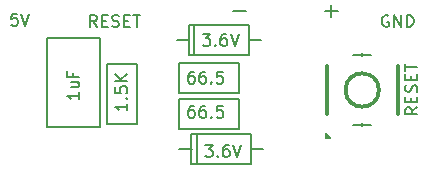
<source format=gto>
%TF.GenerationSoftware,KiCad,Pcbnew,4.0.5-e0-6337~49~ubuntu16.04.1*%
%TF.CreationDate,2017-02-14T03:42:44-08:00*%
%TF.ProjectId,USB-Breakout-with-Reset,5553422D427265616B6F75742D776974,rev?*%
%TF.FileFunction,Legend,Top*%
%FSLAX46Y46*%
G04 Gerber Fmt 4.6, Leading zero omitted, Abs format (unit mm)*
G04 Created by KiCad (PCBNEW 4.0.5-e0-6337~49~ubuntu16.04.1) date Tue Feb 14 03:42:44 2017*
%MOMM*%
%LPD*%
G01*
G04 APERTURE LIST*
%ADD10C,0.350000*%
%ADD11C,0.200000*%
%ADD12C,0.152400*%
%ADD13C,0.150000*%
%ADD14R,1.502400X0.552400*%
%ADD15R,1.552400X1.752400*%
%ADD16C,1.352400*%
%ADD17R,2.052400X2.052400*%
%ADD18C,2.151380*%
%ADD19C,1.852400*%
%ADD20C,6.152400*%
%ADD21R,2.151380X2.151380*%
%ADD22R,1.552400X1.552400*%
%ADD23C,1.552400*%
G04 APERTURE END LIST*
D10*
D11*
X54190467Y-38555800D02*
X55257134Y-38555800D01*
X54723801Y-39089133D02*
X54723801Y-38022467D01*
X46390467Y-38555800D02*
X47457134Y-38555800D01*
D12*
X59549705Y-38947800D02*
X59452943Y-38899419D01*
X59307800Y-38899419D01*
X59162658Y-38947800D01*
X59065896Y-39044562D01*
X59017515Y-39141324D01*
X58969134Y-39334848D01*
X58969134Y-39479990D01*
X59017515Y-39673514D01*
X59065896Y-39770276D01*
X59162658Y-39867038D01*
X59307800Y-39915419D01*
X59404562Y-39915419D01*
X59549705Y-39867038D01*
X59598086Y-39818657D01*
X59598086Y-39479990D01*
X59404562Y-39479990D01*
X60033515Y-39915419D02*
X60033515Y-38899419D01*
X60614086Y-39915419D01*
X60614086Y-38899419D01*
X61097896Y-39915419D02*
X61097896Y-38899419D01*
X61339801Y-38899419D01*
X61484943Y-38947800D01*
X61581705Y-39044562D01*
X61630086Y-39141324D01*
X61678467Y-39334848D01*
X61678467Y-39479990D01*
X61630086Y-39673514D01*
X61581705Y-39770276D01*
X61484943Y-39867038D01*
X61339801Y-39915419D01*
X61097896Y-39915419D01*
X34848181Y-39915419D02*
X34509515Y-39431610D01*
X34267610Y-39915419D02*
X34267610Y-38899419D01*
X34654657Y-38899419D01*
X34751419Y-38947800D01*
X34799800Y-38996181D01*
X34848181Y-39092943D01*
X34848181Y-39238086D01*
X34799800Y-39334848D01*
X34751419Y-39383229D01*
X34654657Y-39431610D01*
X34267610Y-39431610D01*
X35283610Y-39383229D02*
X35622276Y-39383229D01*
X35767419Y-39915419D02*
X35283610Y-39915419D01*
X35283610Y-38899419D01*
X35767419Y-38899419D01*
X36154467Y-39867038D02*
X36299610Y-39915419D01*
X36541514Y-39915419D01*
X36638276Y-39867038D01*
X36686657Y-39818657D01*
X36735038Y-39721895D01*
X36735038Y-39625133D01*
X36686657Y-39528371D01*
X36638276Y-39479990D01*
X36541514Y-39431610D01*
X36347991Y-39383229D01*
X36251229Y-39334848D01*
X36202848Y-39286467D01*
X36154467Y-39189705D01*
X36154467Y-39092943D01*
X36202848Y-38996181D01*
X36251229Y-38947800D01*
X36347991Y-38899419D01*
X36589895Y-38899419D01*
X36735038Y-38947800D01*
X37170467Y-39383229D02*
X37509133Y-39383229D01*
X37654276Y-39915419D02*
X37170467Y-39915419D01*
X37170467Y-38899419D01*
X37654276Y-38899419D01*
X37944562Y-38899419D02*
X38525133Y-38899419D01*
X38234848Y-39915419D02*
X38234848Y-38899419D01*
X28130276Y-38799419D02*
X27646467Y-38799419D01*
X27598086Y-39283229D01*
X27646467Y-39234848D01*
X27743229Y-39186467D01*
X27985133Y-39186467D01*
X28081895Y-39234848D01*
X28130276Y-39283229D01*
X28178657Y-39379990D01*
X28178657Y-39621895D01*
X28130276Y-39718657D01*
X28081895Y-39767038D01*
X27985133Y-39815419D01*
X27743229Y-39815419D01*
X27646467Y-39767038D01*
X27598086Y-39718657D01*
X28468943Y-38799419D02*
X28807610Y-39815419D01*
X29146276Y-38799419D01*
X37419419Y-46399229D02*
X37419419Y-46979800D01*
X37419419Y-46689514D02*
X36403419Y-46689514D01*
X36548562Y-46786276D01*
X36645324Y-46883038D01*
X36693705Y-46979800D01*
X37322657Y-45963800D02*
X37371038Y-45915419D01*
X37419419Y-45963800D01*
X37371038Y-46012181D01*
X37322657Y-45963800D01*
X37419419Y-45963800D01*
X36403419Y-44996181D02*
X36403419Y-45479990D01*
X36887229Y-45528371D01*
X36838848Y-45479990D01*
X36790467Y-45383228D01*
X36790467Y-45141324D01*
X36838848Y-45044562D01*
X36887229Y-44996181D01*
X36983990Y-44947800D01*
X37225895Y-44947800D01*
X37322657Y-44996181D01*
X37371038Y-45044562D01*
X37419419Y-45141324D01*
X37419419Y-45383228D01*
X37371038Y-45479990D01*
X37322657Y-45528371D01*
X37419419Y-44512371D02*
X36403419Y-44512371D01*
X37419419Y-43931800D02*
X36838848Y-44367228D01*
X36403419Y-43931800D02*
X36983990Y-44512371D01*
X61983419Y-46731419D02*
X61499610Y-47070085D01*
X61983419Y-47311990D02*
X60967419Y-47311990D01*
X60967419Y-46924943D01*
X61015800Y-46828181D01*
X61064181Y-46779800D01*
X61160943Y-46731419D01*
X61306086Y-46731419D01*
X61402848Y-46779800D01*
X61451229Y-46828181D01*
X61499610Y-46924943D01*
X61499610Y-47311990D01*
X61451229Y-46295990D02*
X61451229Y-45957324D01*
X61983419Y-45812181D02*
X61983419Y-46295990D01*
X60967419Y-46295990D01*
X60967419Y-45812181D01*
X61935038Y-45425133D02*
X61983419Y-45279990D01*
X61983419Y-45038086D01*
X61935038Y-44941324D01*
X61886657Y-44892943D01*
X61789895Y-44844562D01*
X61693133Y-44844562D01*
X61596371Y-44892943D01*
X61547990Y-44941324D01*
X61499610Y-45038086D01*
X61451229Y-45231609D01*
X61402848Y-45328371D01*
X61354467Y-45376752D01*
X61257705Y-45425133D01*
X61160943Y-45425133D01*
X61064181Y-45376752D01*
X61015800Y-45328371D01*
X60967419Y-45231609D01*
X60967419Y-44989705D01*
X61015800Y-44844562D01*
X61451229Y-44409133D02*
X61451229Y-44070467D01*
X61983419Y-43925324D02*
X61983419Y-44409133D01*
X60967419Y-44409133D01*
X60967419Y-43925324D01*
X60967419Y-43635038D02*
X60967419Y-43054467D01*
X61983419Y-43344752D02*
X60967419Y-43344752D01*
X44023991Y-49899419D02*
X44652943Y-49899419D01*
X44314277Y-50286467D01*
X44459419Y-50286467D01*
X44556181Y-50334848D01*
X44604562Y-50383229D01*
X44652943Y-50479990D01*
X44652943Y-50721895D01*
X44604562Y-50818657D01*
X44556181Y-50867038D01*
X44459419Y-50915419D01*
X44169134Y-50915419D01*
X44072372Y-50867038D01*
X44023991Y-50818657D01*
X45088372Y-50818657D02*
X45136753Y-50867038D01*
X45088372Y-50915419D01*
X45039991Y-50867038D01*
X45088372Y-50818657D01*
X45088372Y-50915419D01*
X46007610Y-49899419D02*
X45814087Y-49899419D01*
X45717325Y-49947800D01*
X45668944Y-49996181D01*
X45572182Y-50141324D01*
X45523801Y-50334848D01*
X45523801Y-50721895D01*
X45572182Y-50818657D01*
X45620563Y-50867038D01*
X45717325Y-50915419D01*
X45910848Y-50915419D01*
X46007610Y-50867038D01*
X46055991Y-50818657D01*
X46104372Y-50721895D01*
X46104372Y-50479990D01*
X46055991Y-50383229D01*
X46007610Y-50334848D01*
X45910848Y-50286467D01*
X45717325Y-50286467D01*
X45620563Y-50334848D01*
X45572182Y-50383229D01*
X45523801Y-50479990D01*
X46394658Y-49899419D02*
X46733325Y-50915419D01*
X47071991Y-49899419D01*
X43823991Y-40499419D02*
X44452943Y-40499419D01*
X44114277Y-40886467D01*
X44259419Y-40886467D01*
X44356181Y-40934848D01*
X44404562Y-40983229D01*
X44452943Y-41079990D01*
X44452943Y-41321895D01*
X44404562Y-41418657D01*
X44356181Y-41467038D01*
X44259419Y-41515419D01*
X43969134Y-41515419D01*
X43872372Y-41467038D01*
X43823991Y-41418657D01*
X44888372Y-41418657D02*
X44936753Y-41467038D01*
X44888372Y-41515419D01*
X44839991Y-41467038D01*
X44888372Y-41418657D01*
X44888372Y-41515419D01*
X45807610Y-40499419D02*
X45614087Y-40499419D01*
X45517325Y-40547800D01*
X45468944Y-40596181D01*
X45372182Y-40741324D01*
X45323801Y-40934848D01*
X45323801Y-41321895D01*
X45372182Y-41418657D01*
X45420563Y-41467038D01*
X45517325Y-41515419D01*
X45710848Y-41515419D01*
X45807610Y-41467038D01*
X45855991Y-41418657D01*
X45904372Y-41321895D01*
X45904372Y-41079990D01*
X45855991Y-40983229D01*
X45807610Y-40934848D01*
X45710848Y-40886467D01*
X45517325Y-40886467D01*
X45420563Y-40934848D01*
X45372182Y-40983229D01*
X45323801Y-41079990D01*
X46194658Y-40499419D02*
X46533325Y-41515419D01*
X46871991Y-40499419D01*
X43055800Y-46583419D02*
X42862277Y-46583419D01*
X42765515Y-46631800D01*
X42717134Y-46680181D01*
X42620372Y-46825324D01*
X42571991Y-47018848D01*
X42571991Y-47405895D01*
X42620372Y-47502657D01*
X42668753Y-47551038D01*
X42765515Y-47599419D01*
X42959038Y-47599419D01*
X43055800Y-47551038D01*
X43104181Y-47502657D01*
X43152562Y-47405895D01*
X43152562Y-47163990D01*
X43104181Y-47067229D01*
X43055800Y-47018848D01*
X42959038Y-46970467D01*
X42765515Y-46970467D01*
X42668753Y-47018848D01*
X42620372Y-47067229D01*
X42571991Y-47163990D01*
X44023419Y-46583419D02*
X43829896Y-46583419D01*
X43733134Y-46631800D01*
X43684753Y-46680181D01*
X43587991Y-46825324D01*
X43539610Y-47018848D01*
X43539610Y-47405895D01*
X43587991Y-47502657D01*
X43636372Y-47551038D01*
X43733134Y-47599419D01*
X43926657Y-47599419D01*
X44023419Y-47551038D01*
X44071800Y-47502657D01*
X44120181Y-47405895D01*
X44120181Y-47163990D01*
X44071800Y-47067229D01*
X44023419Y-47018848D01*
X43926657Y-46970467D01*
X43733134Y-46970467D01*
X43636372Y-47018848D01*
X43587991Y-47067229D01*
X43539610Y-47163990D01*
X44555610Y-47502657D02*
X44603991Y-47551038D01*
X44555610Y-47599419D01*
X44507229Y-47551038D01*
X44555610Y-47502657D01*
X44555610Y-47599419D01*
X45523229Y-46583419D02*
X45039420Y-46583419D01*
X44991039Y-47067229D01*
X45039420Y-47018848D01*
X45136182Y-46970467D01*
X45378086Y-46970467D01*
X45474848Y-47018848D01*
X45523229Y-47067229D01*
X45571610Y-47163990D01*
X45571610Y-47405895D01*
X45523229Y-47502657D01*
X45474848Y-47551038D01*
X45378086Y-47599419D01*
X45136182Y-47599419D01*
X45039420Y-47551038D01*
X44991039Y-47502657D01*
X43055800Y-43699419D02*
X42862277Y-43699419D01*
X42765515Y-43747800D01*
X42717134Y-43796181D01*
X42620372Y-43941324D01*
X42571991Y-44134848D01*
X42571991Y-44521895D01*
X42620372Y-44618657D01*
X42668753Y-44667038D01*
X42765515Y-44715419D01*
X42959038Y-44715419D01*
X43055800Y-44667038D01*
X43104181Y-44618657D01*
X43152562Y-44521895D01*
X43152562Y-44279990D01*
X43104181Y-44183229D01*
X43055800Y-44134848D01*
X42959038Y-44086467D01*
X42765515Y-44086467D01*
X42668753Y-44134848D01*
X42620372Y-44183229D01*
X42571991Y-44279990D01*
X44023419Y-43699419D02*
X43829896Y-43699419D01*
X43733134Y-43747800D01*
X43684753Y-43796181D01*
X43587991Y-43941324D01*
X43539610Y-44134848D01*
X43539610Y-44521895D01*
X43587991Y-44618657D01*
X43636372Y-44667038D01*
X43733134Y-44715419D01*
X43926657Y-44715419D01*
X44023419Y-44667038D01*
X44071800Y-44618657D01*
X44120181Y-44521895D01*
X44120181Y-44279990D01*
X44071800Y-44183229D01*
X44023419Y-44134848D01*
X43926657Y-44086467D01*
X43733134Y-44086467D01*
X43636372Y-44134848D01*
X43587991Y-44183229D01*
X43539610Y-44279990D01*
X44555610Y-44618657D02*
X44603991Y-44667038D01*
X44555610Y-44715419D01*
X44507229Y-44667038D01*
X44555610Y-44618657D01*
X44555610Y-44715419D01*
X45523229Y-43699419D02*
X45039420Y-43699419D01*
X44991039Y-44183229D01*
X45039420Y-44134848D01*
X45136182Y-44086467D01*
X45378086Y-44086467D01*
X45474848Y-44134848D01*
X45523229Y-44183229D01*
X45571610Y-44279990D01*
X45571610Y-44521895D01*
X45523229Y-44618657D01*
X45474848Y-44667038D01*
X45378086Y-44715419D01*
X45136182Y-44715419D01*
X45039420Y-44667038D01*
X44991039Y-44618657D01*
D13*
X35689800Y-48155800D02*
X35689800Y-43075800D01*
X35689800Y-43075800D02*
X38229800Y-43075800D01*
X38229800Y-43075800D02*
X38229800Y-48155800D01*
X38229800Y-48155800D02*
X35689800Y-48155800D01*
X46865800Y-45525800D02*
X41785800Y-45525800D01*
X41785800Y-45525800D02*
X41785800Y-42985800D01*
X41785800Y-42985800D02*
X46865800Y-42985800D01*
X46865800Y-42985800D02*
X46865800Y-45525800D01*
X46865800Y-48525800D02*
X41785800Y-48525800D01*
X41785800Y-48525800D02*
X41785800Y-45985800D01*
X41785800Y-45985800D02*
X46865800Y-45985800D01*
X46865800Y-45985800D02*
X46865800Y-48525800D01*
X54323800Y-49205800D02*
X54423800Y-49205800D01*
X54273800Y-49305800D02*
X54273800Y-48955800D01*
X54273800Y-48955800D02*
G75*
G03X54623800Y-49305800I1050000J700000D01*
G01*
X54273800Y-49305800D02*
X54623800Y-49305800D01*
X58738014Y-45255800D02*
G75*
G03X58738014Y-45255800I-1414214J0D01*
G01*
X60323800Y-47255800D02*
X60323800Y-43255800D01*
X54323800Y-47255800D02*
X54323800Y-43255800D01*
X58073800Y-48255800D02*
X56573800Y-48255800D01*
X56573800Y-42255800D02*
X58073800Y-42255800D01*
D10*
X57323800Y-48255800D02*
X57323800Y-48255800D01*
X60323800Y-43255800D02*
X60323800Y-47255800D01*
X54323800Y-43255800D02*
X54323800Y-47255800D01*
X57323800Y-42255800D02*
X57323800Y-42255800D01*
X58738014Y-45255800D02*
G75*
G03X58738014Y-45255800I-1414214J0D01*
G01*
D13*
X47743800Y-41050720D02*
X48759800Y-41050720D01*
X42673800Y-41053260D02*
X41623800Y-41053260D01*
X43123800Y-39780720D02*
X43123800Y-42320720D01*
X42663800Y-42320720D02*
X42663800Y-39780720D01*
X42663800Y-39780720D02*
X47743800Y-39780720D01*
X47743800Y-39780720D02*
X47743800Y-42320720D01*
X47743800Y-42320720D02*
X42663800Y-42320720D01*
X47943800Y-50255800D02*
X48959800Y-50255800D01*
X42873800Y-50258340D02*
X41823800Y-50258340D01*
X43323800Y-48985800D02*
X43323800Y-51525800D01*
X42863800Y-51525800D02*
X42863800Y-48985800D01*
X42863800Y-48985800D02*
X47943800Y-48985800D01*
X47943800Y-48985800D02*
X47943800Y-51525800D01*
X47943800Y-51525800D02*
X42863800Y-51525800D01*
X35145800Y-40889800D02*
X35145800Y-48389800D01*
X35145800Y-48389800D02*
X30645800Y-48389800D01*
X30645800Y-48389800D02*
X30645800Y-40889800D01*
X30645800Y-40889800D02*
X35145800Y-40889800D01*
X33348181Y-45449038D02*
X33348181Y-46020467D01*
X33348181Y-45734753D02*
X32348181Y-45734753D01*
X32491038Y-45829991D01*
X32586276Y-45925229D01*
X32633895Y-46020467D01*
X32681514Y-44591895D02*
X33348181Y-44591895D01*
X32681514Y-45020467D02*
X33205324Y-45020467D01*
X33300562Y-44972848D01*
X33348181Y-44877610D01*
X33348181Y-44734752D01*
X33300562Y-44639514D01*
X33252943Y-44591895D01*
X32824371Y-43782371D02*
X32824371Y-44115705D01*
X33348181Y-44115705D02*
X32348181Y-44115705D01*
X32348181Y-43639514D01*
%LPC*%
D14*
X29148800Y-44255800D03*
X29148800Y-44905800D03*
X29148800Y-45554900D03*
X29148800Y-46205800D03*
X29148800Y-46855800D03*
D15*
X28923800Y-42355800D03*
D16*
X26473800Y-42005800D03*
D17*
X26473800Y-44355800D03*
X26473800Y-46755800D03*
D15*
X28923800Y-48755800D03*
D16*
X26473800Y-49105800D03*
D18*
X36959800Y-49425800D03*
X36959800Y-41805800D03*
X48135800Y-44255800D03*
X40515800Y-44255800D03*
X48135800Y-47255800D03*
X40515800Y-47255800D03*
D19*
X59323800Y-42255800D03*
X59323800Y-48255800D03*
X55323800Y-42255800D03*
X55323800Y-48255800D03*
D20*
X28323800Y-35455800D03*
X44323800Y-35455800D03*
X52323800Y-35455800D03*
X36323800Y-35455800D03*
X60323800Y-35455800D03*
D18*
X50283800Y-41050720D03*
D21*
X40123800Y-41050720D03*
D18*
X50483800Y-50255800D03*
D21*
X40323800Y-50255800D03*
D22*
X32895800Y-42139800D03*
D23*
X32895800Y-47139800D03*
M02*

</source>
